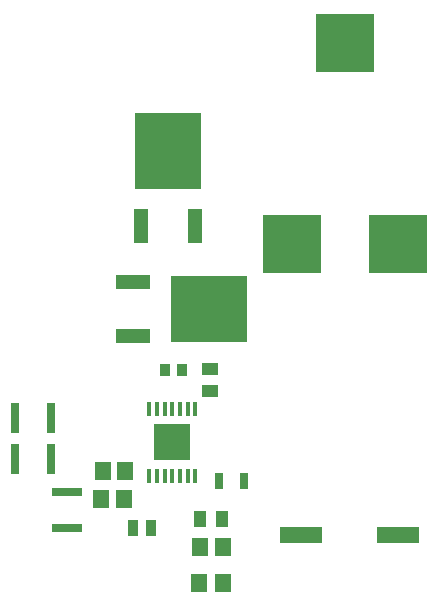
<source format=gtp>
G04*
G04 #@! TF.GenerationSoftware,Altium Limited,Altium Designer,20.1.14 (287)*
G04*
G04 Layer_Color=8421504*
%FSLAX25Y25*%
%MOIN*%
G70*
G04*
G04 #@! TF.SameCoordinates,EDB217C5-CD14-42A3-A981-AABFE87B0B62*
G04*
G04*
G04 #@! TF.FilePolarity,Positive*
G04*
G01*
G75*
%ADD14R,0.19685X0.19685*%
%ADD15R,0.21850X0.25591*%
%ADD16R,0.04921X0.11221*%
%ADD17R,0.05512X0.05906*%
%ADD18R,0.05315X0.06102*%
%ADD19R,0.03740X0.04134*%
%ADD20R,0.05709X0.04134*%
%ADD21R,0.13976X0.05709*%
%ADD22R,0.11221X0.04921*%
%ADD23R,0.25591X0.21850*%
%ADD24R,0.02977X0.05733*%
%ADD25R,0.04134X0.05709*%
%ADD26R,0.03740X0.05315*%
G04:AMPARAMS|DCode=27|XSize=118.11mil|YSize=122.05mil|CornerRadius=1.77mil|HoleSize=0mil|Usage=FLASHONLY|Rotation=90.000|XOffset=0mil|YOffset=0mil|HoleType=Round|Shape=RoundedRectangle|*
%AMROUNDEDRECTD27*
21,1,0.11811,0.11850,0,0,90.0*
21,1,0.11457,0.12205,0,0,90.0*
1,1,0.00354,0.05925,0.05728*
1,1,0.00354,0.05925,-0.05728*
1,1,0.00354,-0.05925,-0.05728*
1,1,0.00354,-0.05925,0.05728*
%
%ADD27ROUNDEDRECTD27*%
%ADD28R,0.02953X0.10236*%
%ADD29R,0.10236X0.02953*%
G04:AMPARAMS|DCode=30|XSize=15.75mil|YSize=47.24mil|CornerRadius=1.97mil|HoleSize=0mil|Usage=FLASHONLY|Rotation=180.000|XOffset=0mil|YOffset=0mil|HoleType=Round|Shape=RoundedRectangle|*
%AMROUNDEDRECTD30*
21,1,0.01575,0.04331,0,0,180.0*
21,1,0.01181,0.04724,0,0,180.0*
1,1,0.00394,-0.00591,0.02165*
1,1,0.00394,0.00591,0.02165*
1,1,0.00394,0.00591,-0.02165*
1,1,0.00394,-0.00591,-0.02165*
%
%ADD30ROUNDEDRECTD30*%
D14*
X290283Y291035D02*
D03*
X325716D02*
D03*
X308000Y357965D02*
D03*
D15*
X248976Y322197D02*
D03*
D16*
X240000Y297000D02*
D03*
X257953D02*
D03*
D17*
X234740Y215500D02*
D03*
X227260D02*
D03*
D18*
X259500Y178000D02*
D03*
X267374D02*
D03*
X267339Y190000D02*
D03*
X259661D02*
D03*
X234437Y206000D02*
D03*
X226563D02*
D03*
D19*
X253709Y249000D02*
D03*
X248000D02*
D03*
D20*
X263000Y249500D02*
D03*
Y242216D02*
D03*
D21*
X325740Y194000D02*
D03*
X293260D02*
D03*
D22*
X237500Y260547D02*
D03*
Y278500D02*
D03*
D23*
X262697Y269524D02*
D03*
D24*
X266000Y212000D02*
D03*
X274465D02*
D03*
D25*
X259858Y199500D02*
D03*
X267142D02*
D03*
D26*
X243500Y196500D02*
D03*
X237398D02*
D03*
D27*
X250500Y225000D02*
D03*
D28*
X197996Y233000D02*
D03*
X210004D02*
D03*
X197996Y219500D02*
D03*
X210004D02*
D03*
D29*
X215500Y196496D02*
D03*
Y208504D02*
D03*
D30*
X255618Y236221D02*
D03*
X258177D02*
D03*
X253059D02*
D03*
X250500D02*
D03*
X247941D02*
D03*
X258177Y213779D02*
D03*
X255618D02*
D03*
X253059D02*
D03*
X250500D02*
D03*
X247941D02*
D03*
X245382Y236221D02*
D03*
X242823D02*
D03*
X245382Y213779D02*
D03*
X242823D02*
D03*
M02*

</source>
